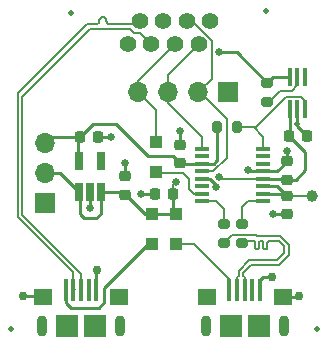
<source format=gbr>
G04 #@! TF.GenerationSoftware,KiCad,Pcbnew,(5.99.0-9812-gfee3c41c40)*
G04 #@! TF.CreationDate,2021-03-20T22:32:52-07:00*
G04 #@! TF.ProjectId,homebreakout,686f6d65-6272-4656-916b-6f75742e6b69,rev?*
G04 #@! TF.SameCoordinates,Original*
G04 #@! TF.FileFunction,Copper,L1,Top*
G04 #@! TF.FilePolarity,Positive*
%FSLAX46Y46*%
G04 Gerber Fmt 4.6, Leading zero omitted, Abs format (unit mm)*
G04 Created by KiCad (PCBNEW (5.99.0-9812-gfee3c41c40)) date 2021-03-20 22:32:52*
%MOMM*%
%LPD*%
G01*
G04 APERTURE LIST*
G04 Aperture macros list*
%AMRoundRect*
0 Rectangle with rounded corners*
0 $1 Rounding radius*
0 $2 $3 $4 $5 $6 $7 $8 $9 X,Y pos of 4 corners*
0 Add a 4 corners polygon primitive as box body*
4,1,4,$2,$3,$4,$5,$6,$7,$8,$9,$2,$3,0*
0 Add four circle primitives for the rounded corners*
1,1,$1+$1,$2,$3*
1,1,$1+$1,$4,$5*
1,1,$1+$1,$6,$7*
1,1,$1+$1,$8,$9*
0 Add four rect primitives between the rounded corners*
20,1,$1+$1,$2,$3,$4,$5,0*
20,1,$1+$1,$4,$5,$6,$7,0*
20,1,$1+$1,$6,$7,$8,$9,0*
20,1,$1+$1,$8,$9,$2,$3,0*%
G04 Aperture macros list end*
G04 #@! TA.AperFunction,SMDPad,CuDef*
%ADD10R,0.400000X1.950000*%
G04 #@! TD*
G04 #@! TA.AperFunction,SMDPad,CuDef*
%ADD11R,1.600000X1.400000*%
G04 #@! TD*
G04 #@! TA.AperFunction,SMDPad,CuDef*
%ADD12R,1.900000X1.900000*%
G04 #@! TD*
G04 #@! TA.AperFunction,ComponentPad*
%ADD13O,0.900000X1.800000*%
G04 #@! TD*
G04 #@! TA.AperFunction,SMDPad,CuDef*
%ADD14R,0.400000X1.500000*%
G04 #@! TD*
G04 #@! TA.AperFunction,SMDPad,CuDef*
%ADD15R,1.000000X1.000000*%
G04 #@! TD*
G04 #@! TA.AperFunction,SMDPad,CuDef*
%ADD16RoundRect,0.225000X-0.250000X0.225000X-0.250000X-0.225000X0.250000X-0.225000X0.250000X0.225000X0*%
G04 #@! TD*
G04 #@! TA.AperFunction,SMDPad,CuDef*
%ADD17C,0.500000*%
G04 #@! TD*
G04 #@! TA.AperFunction,SMDPad,CuDef*
%ADD18RoundRect,0.200000X-0.275000X0.200000X-0.275000X-0.200000X0.275000X-0.200000X0.275000X0.200000X0*%
G04 #@! TD*
G04 #@! TA.AperFunction,SMDPad,CuDef*
%ADD19RoundRect,0.225000X0.250000X-0.225000X0.250000X0.225000X-0.250000X0.225000X-0.250000X-0.225000X0*%
G04 #@! TD*
G04 #@! TA.AperFunction,SMDPad,CuDef*
%ADD20RoundRect,0.225000X0.225000X0.250000X-0.225000X0.250000X-0.225000X-0.250000X0.225000X-0.250000X0*%
G04 #@! TD*
G04 #@! TA.AperFunction,SMDPad,CuDef*
%ADD21RoundRect,0.225000X-0.225000X-0.250000X0.225000X-0.250000X0.225000X0.250000X-0.225000X0.250000X0*%
G04 #@! TD*
G04 #@! TA.AperFunction,SMDPad,CuDef*
%ADD22RoundRect,0.200000X-0.200000X-0.275000X0.200000X-0.275000X0.200000X0.275000X-0.200000X0.275000X0*%
G04 #@! TD*
G04 #@! TA.AperFunction,SMDPad,CuDef*
%ADD23R,0.650000X1.560000*%
G04 #@! TD*
G04 #@! TA.AperFunction,SMDPad,CuDef*
%ADD24R,1.200000X0.400000*%
G04 #@! TD*
G04 #@! TA.AperFunction,SMDPad,CuDef*
%ADD25C,1.000000*%
G04 #@! TD*
G04 #@! TA.AperFunction,ComponentPad*
%ADD26C,1.397000*%
G04 #@! TD*
G04 #@! TA.AperFunction,ComponentPad*
%ADD27R,1.700000X1.700000*%
G04 #@! TD*
G04 #@! TA.AperFunction,ComponentPad*
%ADD28O,1.700000X1.700000*%
G04 #@! TD*
G04 #@! TA.AperFunction,ViaPad*
%ADD29C,0.635000*%
G04 #@! TD*
G04 #@! TA.AperFunction,ViaPad*
%ADD30C,0.762000*%
G04 #@! TD*
G04 #@! TA.AperFunction,ViaPad*
%ADD31C,0.508000*%
G04 #@! TD*
G04 #@! TA.AperFunction,Conductor*
%ADD32C,0.254000*%
G04 #@! TD*
G04 #@! TA.AperFunction,Conductor*
%ADD33C,0.203200*%
G04 #@! TD*
G04 #@! TA.AperFunction,Conductor*
%ADD34C,0.177800*%
G04 #@! TD*
G04 #@! TA.AperFunction,Conductor*
%ADD35C,0.200000*%
G04 #@! TD*
G04 APERTURE END LIST*
D10*
X168880000Y-118487800D03*
X169530000Y-118487800D03*
X170180000Y-118487800D03*
X170830000Y-118487800D03*
X171480000Y-118487800D03*
D11*
X166980000Y-119012800D03*
X173380000Y-119012800D03*
D12*
X171380000Y-121462800D03*
X168980000Y-121462800D03*
D13*
X166880000Y-121462800D03*
X173480000Y-121462800D03*
D14*
X173990000Y-103117000D03*
X174640000Y-103117000D03*
X175290000Y-103117000D03*
X175290000Y-100457000D03*
X174640000Y-100457000D03*
X173990000Y-100457000D03*
D15*
X164338000Y-112034000D03*
X164338000Y-114534000D03*
D16*
X173736000Y-110477000D03*
X173736000Y-112027000D03*
D17*
X171958000Y-94869000D03*
D10*
X155024000Y-118487800D03*
X155674000Y-118487800D03*
X156324000Y-118487800D03*
X156974000Y-118487800D03*
X157624000Y-118487800D03*
D11*
X153124000Y-119012800D03*
X159524000Y-119012800D03*
D12*
X157524000Y-121462800D03*
X155124000Y-121462800D03*
D13*
X153024000Y-121462800D03*
X159624000Y-121462800D03*
D18*
X169926000Y-112840000D03*
X169926000Y-114490000D03*
D19*
X160020000Y-110376000D03*
X160020000Y-108826000D03*
D20*
X164097000Y-110363000D03*
X162547000Y-110363000D03*
D21*
X156197000Y-105537000D03*
X157747000Y-105537000D03*
D19*
X173736000Y-109106000D03*
X173736000Y-107556000D03*
X164719000Y-107709000D03*
X164719000Y-106159000D03*
D21*
X173911544Y-105410000D03*
X175461544Y-105410000D03*
D15*
X162306000Y-112034000D03*
X162306000Y-114534000D03*
X162687000Y-105938000D03*
X162687000Y-108438000D03*
D17*
X150368000Y-121793000D03*
X176276000Y-121793000D03*
X155448000Y-94996000D03*
D18*
X168402000Y-112840000D03*
X168402000Y-114490000D03*
D22*
X167831000Y-104648000D03*
X169481000Y-104648000D03*
D18*
X172085000Y-100902000D03*
X172085000Y-102552000D03*
D23*
X156149000Y-110189000D03*
X157099000Y-110189000D03*
X158049000Y-110189000D03*
X158049000Y-107489000D03*
X156149000Y-107489000D03*
D24*
X166564000Y-106489500D03*
X166564000Y-107124500D03*
X166564000Y-107759500D03*
X166564000Y-108394500D03*
X166564000Y-109029500D03*
X166564000Y-109664500D03*
X166564000Y-110299500D03*
X166564000Y-110934500D03*
X171764000Y-110934500D03*
X171764000Y-110299500D03*
X171764000Y-109664500D03*
X171764000Y-109029500D03*
X171764000Y-108394500D03*
X171764000Y-107759500D03*
X171764000Y-107124500D03*
X171764000Y-106489500D03*
D25*
X175895000Y-110490000D03*
D26*
X160274000Y-97663000D03*
X161274001Y-95662999D03*
X162274001Y-97663000D03*
X163274002Y-95662999D03*
X164274000Y-97663000D03*
X165274000Y-95662999D03*
X166274001Y-97663000D03*
X167274001Y-95662999D03*
D27*
X168783000Y-101727000D03*
D28*
X166243000Y-101727000D03*
X163703000Y-101727000D03*
X161163000Y-101727000D03*
D27*
X153289000Y-111125000D03*
D28*
X153289000Y-108585000D03*
X153289000Y-106045000D03*
D29*
X164719000Y-105029000D03*
D30*
X174810800Y-118999000D03*
D29*
X157099000Y-111506000D03*
X172593000Y-112014000D03*
D30*
X157632400Y-116738400D03*
D29*
X158877000Y-105537000D03*
D30*
X172466000Y-117348000D03*
D29*
X160020000Y-107696000D03*
X161417000Y-110363000D03*
D30*
X151384000Y-118973600D03*
D29*
X170434000Y-108331000D03*
X167767000Y-109728000D03*
X173736000Y-106680000D03*
D31*
X174625000Y-104394000D03*
D29*
X164338000Y-109347000D03*
X167990317Y-108854392D03*
X168021000Y-98298000D03*
D32*
X164719000Y-106159000D02*
X164719000Y-105029000D01*
X171764000Y-108394500D02*
X172922500Y-108394500D01*
X157624000Y-118487800D02*
X157624000Y-117013200D01*
X157722000Y-105537000D02*
X158877000Y-105537000D01*
X171480000Y-117572000D02*
X171704000Y-117348000D01*
X171764000Y-108394500D02*
X170497500Y-108394500D01*
X151423200Y-118934400D02*
X151384000Y-118973600D01*
X152908400Y-118934400D02*
X151423200Y-118934400D01*
X160020000Y-108851000D02*
X160020000Y-107696000D01*
X174640000Y-104379000D02*
X174625000Y-104394000D01*
X170497500Y-108394500D02*
X170434000Y-108331000D01*
X173286400Y-119052000D02*
X174771600Y-119052000D01*
X167195500Y-109029500D02*
X167767000Y-109601000D01*
X171704000Y-117348000D02*
X172466000Y-117348000D01*
X173736000Y-112002000D02*
X172605000Y-112002000D01*
X174625000Y-104394000D02*
X174625000Y-104573456D01*
X172605000Y-112002000D02*
X172593000Y-112014000D01*
X171480000Y-118487800D02*
X171480000Y-117572000D01*
X166564000Y-109029500D02*
X167195500Y-109029500D01*
X174771600Y-119052000D02*
X174810800Y-119091200D01*
X157099000Y-110189000D02*
X157099000Y-111506000D01*
X172922500Y-108394500D02*
X173736000Y-107581000D01*
X173736000Y-107581000D02*
X173736000Y-106680000D01*
X174640000Y-103117000D02*
X174640000Y-104379000D01*
X174625000Y-104573456D02*
X175461544Y-105410000D01*
X162572000Y-110363000D02*
X161417000Y-110363000D01*
X157922000Y-110189000D02*
X159858000Y-110189000D01*
X173736000Y-109081000D02*
X171815500Y-109081000D01*
X156215000Y-112019000D02*
X156591000Y-112395000D01*
X157607000Y-112395000D02*
X157988000Y-112014000D01*
D33*
X164097000Y-109588000D02*
X164338000Y-109347000D01*
D32*
X171815500Y-109081000D02*
X171764000Y-109029500D01*
D33*
X167990305Y-108854392D02*
X168165413Y-109029500D01*
D32*
X164072000Y-110363000D02*
X164072000Y-111768000D01*
X161703000Y-112034000D02*
X162306000Y-112034000D01*
X157988000Y-112014000D02*
X157988000Y-110316000D01*
X174485000Y-109106000D02*
X173736000Y-109106000D01*
X154545000Y-108585000D02*
X153289000Y-108585000D01*
X156149000Y-110189000D02*
X154545000Y-108585000D01*
X173990000Y-103117000D02*
X173990000Y-104935000D01*
X156215000Y-110189000D02*
X156215000Y-112019000D01*
X156591000Y-112395000D02*
X157607000Y-112395000D01*
X157988000Y-110316000D02*
X158115000Y-110189000D01*
X173911544Y-105410000D02*
X175260000Y-106758456D01*
X164072000Y-111768000D02*
X164338000Y-112034000D01*
X175260000Y-106758456D02*
X175260000Y-108331000D01*
X159858000Y-110189000D02*
X160020000Y-110351000D01*
X160020000Y-110351000D02*
X161703000Y-112034000D01*
D33*
X164097000Y-110363000D02*
X164097000Y-109588000D01*
D32*
X173990000Y-104935000D02*
X174017000Y-104962000D01*
X175260000Y-108331000D02*
X174485000Y-109106000D01*
D33*
X168165413Y-109029500D02*
X171764000Y-109029500D01*
D32*
X162306000Y-112034000D02*
X164338000Y-112034000D01*
X156022000Y-107489000D02*
X156022000Y-105737000D01*
X167767000Y-107569000D02*
X167831000Y-107505000D01*
X153289000Y-106045000D02*
X153797000Y-105537000D01*
X156022000Y-105737000D02*
X156222000Y-105537000D01*
X167831000Y-107505000D02*
X167831000Y-104648000D01*
X166564000Y-107759500D02*
X164794500Y-107759500D01*
X166564000Y-107759500D02*
X167576500Y-107759500D01*
X159283400Y-104419400D02*
X161975800Y-107111800D01*
X156222000Y-105537000D02*
X157339600Y-104419400D01*
X153797000Y-105537000D02*
X156197000Y-105537000D01*
X164794500Y-107759500D02*
X164719000Y-107684000D01*
X157339600Y-104419400D02*
X159283400Y-104419400D01*
X167576500Y-107759500D02*
X167767000Y-107569000D01*
X164146800Y-107111800D02*
X164719000Y-107684000D01*
X161975800Y-107111800D02*
X164146800Y-107111800D01*
D34*
X171764000Y-110934500D02*
X170446700Y-110934500D01*
X169926000Y-111455200D02*
X169926000Y-112840000D01*
X170446700Y-110934500D02*
X169926000Y-111455200D01*
X167728900Y-110934500D02*
X168402000Y-111607600D01*
X166564000Y-110934500D02*
X167728900Y-110934500D01*
X168402000Y-111607600D02*
X168402000Y-112840000D01*
D33*
X161163000Y-100774000D02*
X161163000Y-101727000D01*
D32*
X169481000Y-98298000D02*
X172085000Y-100902000D01*
X168021000Y-98298000D02*
X169481000Y-98298000D01*
X173990000Y-100457000D02*
X172530000Y-100457000D01*
D33*
X161163000Y-101727000D02*
X162687000Y-103251000D01*
X162687000Y-103251000D02*
X162687000Y-105938000D01*
D32*
X162750000Y-105875000D02*
X162687000Y-105938000D01*
X172530000Y-100457000D02*
X172085000Y-100902000D01*
D33*
X164274000Y-97663000D02*
X161163000Y-100774000D01*
X165908402Y-114534000D02*
X164338000Y-114534000D01*
X168880000Y-117505598D02*
X165908402Y-114534000D01*
X168880000Y-118487800D02*
X168880000Y-117505598D01*
X175882000Y-110477000D02*
X175895000Y-110490000D01*
D32*
X171764000Y-109664500D02*
X172898500Y-109664500D01*
X173533500Y-110299500D02*
X173736000Y-110502000D01*
X171764000Y-110299500D02*
X173533500Y-110299500D01*
D33*
X173736000Y-110477000D02*
X175882000Y-110477000D01*
D32*
X172898500Y-109664500D02*
X173736000Y-110502000D01*
X155024000Y-118487800D02*
X155024000Y-119515722D01*
X158292800Y-118241078D02*
X161999878Y-114534000D01*
X158292800Y-119496922D02*
X158292800Y-118241078D01*
X157800122Y-119989600D02*
X158292800Y-119496922D01*
X155497878Y-119989600D02*
X157800122Y-119989600D01*
X161999878Y-114534000D02*
X162306000Y-114534000D01*
X155024000Y-119515722D02*
X155497878Y-119989600D01*
D33*
X175290000Y-103117000D02*
X175290000Y-102421854D01*
X171764000Y-105470000D02*
X171764000Y-106489500D01*
X172814010Y-102947844D02*
X172806222Y-102947844D01*
X169481000Y-104648000D02*
X170942000Y-104648000D01*
X172814010Y-102947844D02*
X171113854Y-104648000D01*
X173674264Y-102087590D02*
X172814010Y-102947844D01*
X174955736Y-102087590D02*
X173674264Y-102087590D01*
X171113854Y-104648000D02*
X170815000Y-104648000D01*
X171764000Y-106489500D02*
X171628500Y-106489500D01*
X170942000Y-104648000D02*
X171764000Y-105470000D01*
X175290000Y-102421854D02*
X174955736Y-102087590D01*
X171069000Y-104648000D02*
X170815000Y-104648000D01*
X170815000Y-104648000D02*
X169481000Y-104648000D01*
X174156224Y-101600000D02*
X174640000Y-101116224D01*
X174640000Y-101116224D02*
X174640000Y-100457000D01*
X173164000Y-101600000D02*
X174156224Y-101600000D01*
X172085000Y-102679000D02*
X173164000Y-101600000D01*
X165481000Y-109924382D02*
X165481000Y-109093000D01*
X164973000Y-108585000D02*
X162834000Y-108585000D01*
X165481000Y-109093000D02*
X164973000Y-108585000D01*
X165856118Y-110299500D02*
X165481000Y-109924382D01*
X165856118Y-110299500D02*
X166564000Y-110299500D01*
X162834000Y-108585000D02*
X162687000Y-108438000D01*
D34*
X173053958Y-116300290D02*
X171413172Y-116300290D01*
X173190284Y-113909236D02*
X173888400Y-114607352D01*
X170180000Y-117373400D02*
X170180000Y-118487800D01*
X173888400Y-115465848D02*
X173053958Y-116300290D01*
X169074600Y-113817400D02*
X169451792Y-113817400D01*
X168402000Y-114490000D02*
X169074600Y-113817400D01*
X171178300Y-113909235D02*
X173190284Y-113909236D01*
X171413163Y-116300281D02*
X170717167Y-116300281D01*
X169457682Y-113823290D02*
X171092355Y-113823290D01*
X171092355Y-113823290D02*
X171178300Y-113909235D01*
X169451792Y-113817400D02*
X169457682Y-113823290D01*
X171413172Y-116300290D02*
X171413163Y-116300281D01*
X170032810Y-117226210D02*
X170180000Y-117373400D01*
X170717167Y-116300281D02*
X170032810Y-116984638D01*
X173888400Y-114607352D02*
X173888400Y-115465848D01*
X170032810Y-116984638D02*
X170032810Y-117226210D01*
X172139430Y-114331787D02*
X172167583Y-114303634D01*
X171749498Y-114864550D02*
X171762648Y-114902130D01*
X170995053Y-114331787D02*
X171016236Y-114365499D01*
X172100640Y-114442644D02*
X172105098Y-114403079D01*
X171016236Y-114365499D02*
X171029386Y-114403079D01*
X173532800Y-114754648D02*
X173532800Y-115318552D01*
X171072633Y-114935842D02*
X171100786Y-114963995D01*
X170895608Y-114269301D02*
X170933188Y-114282451D01*
X171745040Y-114824985D02*
X171749498Y-114864550D01*
X169530000Y-117388400D02*
X169530000Y-118487800D01*
X171783831Y-114935842D02*
X171811984Y-114963995D01*
X171644386Y-114282451D02*
X171678098Y-114303634D01*
X171134498Y-114985178D02*
X171172078Y-114998328D01*
X170151156Y-114264844D02*
X170856044Y-114264844D01*
X171567242Y-114264844D02*
X171606806Y-114269301D01*
X171811984Y-114963995D02*
X171845696Y-114985178D01*
X171389442Y-114442644D02*
X171393900Y-114403079D01*
X171393900Y-114403079D02*
X171407049Y-114365499D01*
X171051450Y-114902130D02*
X171072633Y-114935842D01*
X172033696Y-114963995D02*
X172061849Y-114935842D01*
X173042997Y-114264845D02*
X173532800Y-114754648D01*
X171745041Y-114442644D02*
X171745040Y-114824985D01*
X171251206Y-114998328D02*
X171288786Y-114985178D01*
X172105098Y-114403079D02*
X172118247Y-114365499D01*
X171999984Y-114985178D02*
X172033696Y-114963995D01*
X170933188Y-114282451D02*
X170966900Y-114303634D01*
X171845696Y-114985178D02*
X171883276Y-114998328D01*
X171100786Y-114963995D02*
X171134498Y-114985178D01*
X169677200Y-117241200D02*
X169530000Y-117388400D01*
X171407049Y-114365499D02*
X171428232Y-114331787D01*
X171428232Y-114331787D02*
X171456385Y-114303634D01*
X171740584Y-114403079D02*
X171745041Y-114442644D01*
X172167583Y-114303634D02*
X172201295Y-114282451D01*
X171211642Y-115002786D02*
X171251206Y-114998328D01*
X171706251Y-114331787D02*
X171727434Y-114365499D01*
X171962404Y-114998328D02*
X171999984Y-114985178D01*
X171288786Y-114985178D02*
X171322498Y-114963995D01*
X169926000Y-114490000D02*
X170151156Y-114264844D01*
X172100640Y-114824986D02*
X172100640Y-114442644D01*
X169677200Y-116837352D02*
X169677200Y-117241200D01*
X172238876Y-114269301D02*
X172278441Y-114264844D01*
X171922840Y-115002786D02*
X171962404Y-114998328D01*
X171606806Y-114269301D02*
X171644386Y-114282451D01*
X172083032Y-114902130D02*
X172096182Y-114864550D01*
X170856044Y-114264844D02*
X170895608Y-114269301D01*
X169926000Y-114490000D02*
X170166800Y-114249200D01*
X171033843Y-114442644D02*
X171033842Y-114824985D01*
X173532800Y-115318552D02*
X172906671Y-115944681D01*
X172118247Y-114365499D02*
X172139430Y-114331787D01*
X171384984Y-114864550D02*
X171389442Y-114824986D01*
X171527678Y-114269301D02*
X171567242Y-114264844D01*
X172906671Y-115944681D02*
X170569871Y-115944681D01*
X171371834Y-114902130D02*
X171384984Y-114864550D01*
X170966900Y-114303634D02*
X170995053Y-114331787D01*
X171038300Y-114864550D02*
X171051450Y-114902130D01*
X171322498Y-114963995D02*
X171350651Y-114935842D01*
X171883276Y-114998328D02*
X171922840Y-115002786D01*
X171762648Y-114902130D02*
X171783831Y-114935842D01*
X171033842Y-114824985D02*
X171038300Y-114864550D01*
X171389442Y-114824986D02*
X171389442Y-114442644D01*
X171678098Y-114303634D02*
X171706251Y-114331787D01*
X171350651Y-114935842D02*
X171371834Y-114902130D01*
X170569871Y-115944681D02*
X169677200Y-116837352D01*
X171490097Y-114282451D02*
X171527678Y-114269301D01*
X171727434Y-114365499D02*
X171740584Y-114403079D01*
X172096182Y-114864550D02*
X172100640Y-114824986D01*
X172061849Y-114935842D02*
X172083032Y-114902130D01*
X171172078Y-114998328D02*
X171211642Y-115002786D01*
X172201295Y-114282451D02*
X172238876Y-114269301D01*
X171029386Y-114403079D02*
X171033843Y-114442644D01*
X172278441Y-114264844D02*
X173042997Y-114264845D01*
X171456385Y-114303634D02*
X171490097Y-114282451D01*
D35*
X156224000Y-118387800D02*
X156324000Y-118487800D01*
D33*
X160447220Y-96388000D02*
X157041200Y-96388000D01*
X157041200Y-96388000D02*
X151358600Y-102070600D01*
X151358600Y-102070600D02*
X151358600Y-112092752D01*
X151358600Y-112092752D02*
X156324000Y-117058152D01*
X156324000Y-117058152D02*
X156324000Y-118487800D01*
X162274001Y-97663000D02*
X161322501Y-96711500D01*
X161322501Y-96711500D02*
X160770720Y-96711500D01*
X160770720Y-96711500D02*
X160447220Y-96388000D01*
X158173200Y-95333819D02*
X158106443Y-95341340D01*
X158465678Y-95567062D02*
X158443490Y-95503653D01*
X158480721Y-95704756D02*
X158473200Y-95638000D01*
X158106443Y-95341340D02*
X158043034Y-95363528D01*
X158239956Y-95341340D02*
X158173200Y-95333819D01*
X157807749Y-95825046D02*
X157760246Y-95872549D01*
X158586153Y-95872549D02*
X158538650Y-95825046D01*
X158303365Y-95363528D02*
X158239956Y-95341340D01*
X160999001Y-95938000D02*
X158773200Y-95938000D01*
X161274001Y-95663000D02*
X160999001Y-95938000D01*
X157880721Y-95567062D02*
X157873200Y-95633819D01*
X161274001Y-95662999D02*
X161274001Y-95663000D01*
X157573200Y-95938000D02*
X156854800Y-95938000D01*
X157639956Y-95930478D02*
X157573200Y-95938000D01*
X157843490Y-95768165D02*
X157807749Y-95825046D01*
D35*
X155774000Y-118387800D02*
X155674000Y-118487800D01*
D33*
X157902909Y-95503653D02*
X157880721Y-95567062D01*
X157986153Y-95399269D02*
X157938650Y-95446772D01*
X157865678Y-95704756D02*
X157843490Y-95768165D01*
X158473200Y-95638000D02*
X158473200Y-95633819D01*
X158360246Y-95399269D02*
X158303365Y-95363528D01*
X158773200Y-95938000D02*
X158706443Y-95930478D01*
X158407749Y-95446772D02*
X158360246Y-95399269D01*
X158643034Y-95908290D02*
X158586153Y-95872549D01*
X158043034Y-95363528D02*
X157986153Y-95399269D01*
X158706443Y-95930478D02*
X158643034Y-95908290D01*
X158443490Y-95503653D02*
X158407749Y-95446772D01*
X157703365Y-95908290D02*
X157639956Y-95930478D01*
X158502909Y-95768165D02*
X158480721Y-95704756D01*
X151003000Y-101789800D02*
X151003000Y-112240048D01*
X158473200Y-95633819D02*
X158465678Y-95567062D01*
X157873200Y-95633819D02*
X157873200Y-95638000D01*
X155674000Y-116911048D02*
X155674000Y-118487800D01*
X157938650Y-95446772D02*
X157902909Y-95503653D01*
X158538650Y-95825046D02*
X158502909Y-95768165D01*
X156854800Y-95938000D02*
X151003000Y-101789800D01*
X151003000Y-112240048D02*
X155674000Y-116911048D01*
X157873200Y-95638000D02*
X157865678Y-95704756D01*
X157760246Y-95872549D02*
X157703365Y-95908290D01*
X165274000Y-95662999D02*
X165683702Y-95662999D01*
X166395400Y-101727000D02*
X168656000Y-103987600D01*
X166243000Y-101727000D02*
X166395400Y-101727000D01*
X167386000Y-97365297D02*
X167386000Y-100584000D01*
X168656000Y-103987600D02*
X168656000Y-107254750D01*
X167449500Y-108394500D02*
X166564000Y-108394500D01*
X165683702Y-95662999D02*
X167386000Y-97365297D01*
X168656000Y-107254750D02*
X167516250Y-108394500D01*
X167516250Y-108394500D02*
X167449500Y-108394500D01*
X167386000Y-100584000D02*
X166243000Y-101727000D01*
X163703000Y-101727000D02*
X163703000Y-100234001D01*
X166564000Y-105477000D02*
X163703000Y-102616000D01*
X163703000Y-102616000D02*
X163703000Y-101727000D01*
X163703000Y-100234001D02*
X166274001Y-97663000D01*
X166564000Y-106489500D02*
X166564000Y-105477000D01*
M02*

</source>
